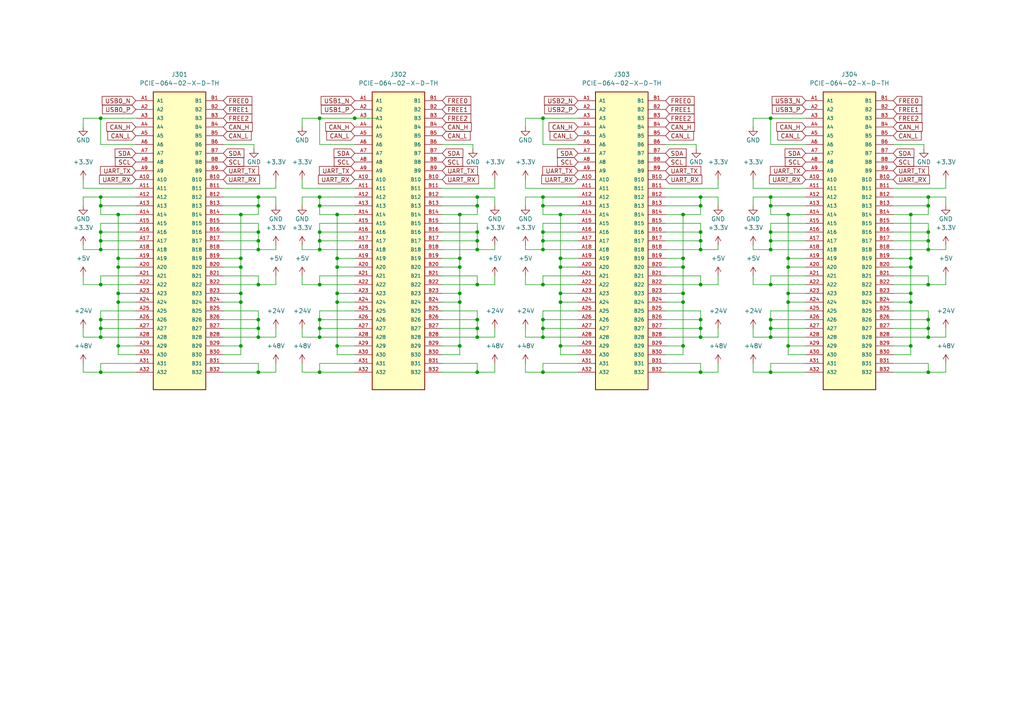
<source format=kicad_sch>
(kicad_sch (version 20211123) (generator eeschema)
  (paper "A4")
  (title_block (title "expansion slots") (date "2023-01-20") (rev "1.0") (company "matei repair lab"))
  (lib_symbols
    (symbol "pcie-064-02:PCIE-064-02-X-D-TH" (pin_names (offset 1.016))
      (property "Reference" "J" (at -7.62 43.942 0))
      (property "Value" "PCIE-064-02-X-D-TH" (at -7.62 -45.72 0))
      (symbol "PCIE-064-02-X-D-TH_0_0"
        (rectangle (start -7.62 -43.18) (end 7.62 43.18) (stroke (width 0.254)) (fill (type background)))
        (pin passive line (at -12.7 40.64 0) (length 5.08) (name "A1") (number "A1"))
        (pin passive line (at -12.7 17.78 0) (length 5.08) (name "A10") (number "A10"))
        (pin passive line (at -12.7 15.24 0) (length 5.08) (name "A11") (number "A11"))
        (pin passive line (at -12.7 12.7 0) (length 5.08) (name "A12") (number "A12"))
        (pin passive line (at -12.7 10.16 0) (length 5.08) (name "A13") (number "A13"))
        (pin passive line (at -12.7 7.62 0) (length 5.08) (name "A14") (number "A14"))
        (pin passive line (at -12.7 5.08 0) (length 5.08) (name "A15") (number "A15"))
        (pin passive line (at -12.7 2.54 0) (length 5.08) (name "A16") (number "A16"))
        (pin passive line (at -12.7 0 0) (length 5.08) (name "A17") (number "A17"))
        (pin passive line (at -12.7 -2.54 0) (length 5.08) (name "A18") (number "A18"))
        (pin passive line (at -12.7 -5.08 0) (length 5.08) (name "A19") (number "A19"))
        (pin passive line (at -12.7 38.1 0) (length 5.08) (name "A2") (number "A2"))
        (pin passive line (at -12.7 -7.62 0) (length 5.08) (name "A20") (number "A20"))
        (pin passive line (at -12.7 -10.16 0) (length 5.08) (name "A21") (number "A21"))
        (pin passive line (at -12.7 -12.7 0) (length 5.08) (name "A22") (number "A22"))
        (pin passive line (at -12.7 -15.24 0) (length 5.08) (name "A23") (number "A23"))
        (pin passive line (at -12.7 -17.78 0) (length 5.08) (name "A24") (number "A24"))
        (pin passive line (at -12.7 -20.32 0) (length 5.08) (name "A25") (number "A25"))
        (pin passive line (at -12.7 -22.86 0) (length 5.08) (name "A26") (number "A26"))
        (pin passive line (at -12.7 -25.4 0) (length 5.08) (name "A27") (number "A27"))
        (pin passive line (at -12.7 -27.94 0) (length 5.08) (name "A28") (number "A28"))
        (pin passive line (at -12.7 -30.48 0) (length 5.08) (name "A29") (number "A29"))
        (pin passive line (at -12.7 35.56 0) (length 5.08) (name "A3") (number "A3"))
        (pin passive line (at -12.7 -33.02 0) (length 5.08) (name "A30") (number "A30"))
        (pin passive line (at -12.7 -35.56 0) (length 5.08) (name "A31") (number "A31"))
        (pin passive line (at -12.7 -38.1 0) (length 5.08) (name "A32") (number "A32"))
        (pin passive line (at -12.7 33.02 0) (length 5.08) (name "A4") (number "A4"))
        (pin passive line (at -12.7 30.48 0) (length 5.08) (name "A5") (number "A5"))
        (pin passive line (at -12.7 27.94 0) (length 5.08) (name "A6") (number "A6"))
        (pin passive line (at -12.7 25.4 0) (length 5.08) (name "A7") (number "A7"))
        (pin passive line (at -12.7 22.86 0) (length 5.08) (name "A8") (number "A8"))
        (pin passive line (at -12.7 20.32 0) (length 5.08) (name "A9") (number "A9"))
        (pin passive line (at 12.7 40.64 180) (length 5.08) (name "B1") (number "B1"))
        (pin passive line (at 12.7 17.78 180) (length 5.08) (name "B10") (number "B10"))
        (pin passive line (at 12.7 15.24 180) (length 5.08) (name "B11") (number "B11"))
        (pin passive line (at 12.7 12.7 180) (length 5.08) (name "B12") (number "B12"))
        (pin passive line (at 12.7 10.16 180) (length 5.08) (name "B13") (number "B13"))
        (pin passive line (at 12.7 7.62 180) (length 5.08) (name "B14") (number "B14"))
        (pin passive line (at 12.7 5.08 180) (length 5.08) (name "B15") (number "B15"))
        (pin passive line (at 12.7 2.54 180) (length 5.08) (name "B16") (number "B16"))
        (pin passive line (at 12.7 0 180) (length 5.08) (name "B17") (number "B17"))
        (pin passive line (at 12.7 -2.54 180) (length 5.08) (name "B18") (number "B18"))
        (pin passive line (at 12.7 -5.08 180) (length 5.08) (name "B19") (number "B19"))
        (pin passive line (at 12.7 38.1 180) (length 5.08) (name "B2") (number "B2"))
        (pin passive line (at 12.7 -7.62 180) (length 5.08) (name "B20") (number "B20"))
        (pin passive line (at 12.7 -10.16 180) (length 5.08) (name "B21") (number "B21"))
        (pin passive line (at 12.7 -12.7 180) (length 5.08) (name "B22") (number "B22"))
        (pin passive line (at 12.7 -15.24 180) (length 5.08) (name "B23") (number "B23"))
        (pin passive line (at 12.7 -17.78 180) (length 5.08) (name "B24") (number "B24"))
        (pin passive line (at 12.7 -20.32 180) (length 5.08) (name "B25") (number "B25"))
        (pin passive line (at 12.7 -22.86 180) (length 5.08) (name "B26") (number "B26"))
        (pin passive line (at 12.7 -25.4 180) (length 5.08) (name "B27") (number "B27"))
        (pin passive line (at 12.7 -27.94 180) (length 5.08) (name "B28") (number "B28"))
        (pin passive line (at 12.7 -30.48 180) (length 5.08) (name "B29") (number "B29"))
        (pin passive line (at 12.7 35.56 180) (length 5.08) (name "B3") (number "B3"))
        (pin passive line (at 12.7 -33.02 180) (length 5.08) (name "B30") (number "B30"))
        (pin passive line (at 12.7 -35.56 180) (length 5.08) (name "B31") (number "B31"))
        (pin passive line (at 12.7 -38.1 180) (length 5.08) (name "B32") (number "B32"))
        (pin passive line (at 12.7 33.02 180) (length 5.08) (name "B4") (number "B4"))
        (pin passive line (at 12.7 30.48 180) (length 5.08) (name "B5") (number "B5"))
        (pin passive line (at 12.7 27.94 180) (length 5.08) (name "B6") (number "B6"))
        (pin passive line (at 12.7 25.4 180) (length 5.08) (name "B7") (number "B7"))
        (pin passive line (at 12.7 22.86 180) (length 5.08) (name "B8") (number "B8"))
        (pin passive line (at 12.7 20.32 180) (length 5.08) (name "B9") (number "B9"))
      )
    )
    (symbol "power:+24V" (power) (pin_names (offset 0))
      (property "Value" "+24V" (at 0 3.556 0))
      (symbol "+24V_0_1"
        (polyline (pts (xy -0.762 1.27) (xy 0 2.54)))
        (polyline (pts (xy 0 0) (xy 0 2.54)))
        (polyline (pts (xy 0 2.54) (xy 0.762 1.27)))
      )
      (symbol "+24V_1_1"
        (pin power_in line (at 0 0 90) (length 0) hide (name "+24V") (number "1"))
      )
    )
    (symbol "power:+3.3V" (power) (pin_names (offset 0))
      (property "Value" "+3.3V" (at 0 3.556 0))
      (symbol "+3.3V_0_1"
        (polyline (pts (xy -0.762 1.27) (xy 0 2.54)))
        (polyline (pts (xy 0 0) (xy 0 2.54)))
        (polyline (pts (xy 0 2.54) (xy 0.762 1.27)))
      )
      (symbol "+3.3V_1_1"
        (pin power_in line (at 0 0 90) (length 0) hide (name "+3.3V") (number "1"))
      )
    )
    (symbol "power:+48V" (power) (pin_names (offset 0))
      (property "Value" "+48V" (at 0 3.556 0))
      (symbol "+48V_0_1"
        (polyline (pts (xy -0.762 1.27) (xy 0 2.54)))
        (polyline (pts (xy 0 0) (xy 0 2.54)))
        (polyline (pts (xy 0 2.54) (xy 0.762 1.27)))
      )
      (symbol "+48V_1_1"
        (pin power_in line (at 0 0 90) (length 0) hide (name "+48V") (number "1"))
      )
    )
    (symbol "power:+5V" (power) (pin_names (offset 0))
      (property "Value" "+5V" (at 0 3.556 0))
      (symbol "+5V_0_1"
        (polyline (pts (xy -0.762 1.27) (xy 0 2.54)))
        (polyline (pts (xy 0 0) (xy 0 2.54)))
        (polyline (pts (xy 0 2.54) (xy 0.762 1.27)))
      )
      (symbol "+5V_1_1"
        (pin power_in line (at 0 0 90) (length 0) hide (name "+5V") (number "1"))
      )
    )
    (symbol "power:GND" (power) (pin_names (offset 0))
      (property "Value" "GND" (at 0 -3.81 0))
      (symbol "GND_0_1"
        (polyline (pts (xy 0 0) (xy 0 -1.27) (xy 1.27 -1.27) (xy 0 -2.54) (xy -1.27 -1.27) (xy 0 -1.27)))
      )
      (symbol "GND_1_1"
        (pin power_in line (at 0 0 270) (length 0) hide (name "GND") (number "1"))
      )
    )
  )
  (junction (at 69.85 77.47))
  (junction (at 29.21 59.69))
  (junction (at 34.29 85.09))
  (junction (at 74.93 97.79))
  (junction (at 198.12 87.63))
  (junction (at 203.2 72.39))
  (junction (at 198.12 100.33))
  (junction (at 157.48 59.69))
  (junction (at 97.79 74.93))
  (junction (at 138.43 69.85))
  (junction (at 228.6 87.63))
  (junction (at 223.52 67.31))
  (junction (at 34.29 87.63))
  (junction (at 92.71 57.15))
  (junction (at 157.48 95.25))
  (junction (at 97.79 85.09))
  (junction (at 162.56 77.47))
  (junction (at 138.43 92.71))
  (junction (at 92.71 107.95))
  (junction (at 34.29 74.93))
  (junction (at 74.93 57.15))
  (junction (at 92.71 59.69))
  (junction (at 97.79 62.23))
  (junction (at 269.24 82.55))
  (junction (at 92.71 97.79))
  (junction (at 157.48 69.85))
  (junction (at 29.21 34.29))
  (junction (at 69.85 85.09))
  (junction (at 74.93 67.31))
  (junction (at 29.21 97.79))
  (junction (at 92.71 92.71))
  (junction (at 223.52 107.95))
  (junction (at 269.24 57.15))
  (junction (at 69.85 74.93))
  (junction (at 228.6 74.93))
  (junction (at 157.48 107.95))
  (junction (at 223.52 95.25))
  (junction (at 74.93 107.95))
  (junction (at 157.48 57.15))
  (junction (at 203.2 67.31))
  (junction (at 228.6 77.47))
  (junction (at 74.93 72.39))
  (junction (at 133.35 87.63))
  (junction (at 269.24 107.95))
  (junction (at 264.16 74.93))
  (junction (at 223.52 34.29))
  (junction (at 69.85 100.33))
  (junction (at 29.21 95.25))
  (junction (at 74.93 95.25))
  (junction (at 162.56 85.09))
  (junction (at 157.48 34.29))
  (junction (at 228.6 100.33))
  (junction (at 269.24 92.71))
  (junction (at 264.16 100.33))
  (junction (at 92.71 67.31))
  (junction (at 74.93 69.85))
  (junction (at 92.71 72.39))
  (junction (at 162.56 87.63))
  (junction (at 269.24 95.25))
  (junction (at 133.35 85.09))
  (junction (at 29.21 82.55))
  (junction (at 133.35 100.33))
  (junction (at 97.79 87.63))
  (junction (at 69.85 62.23))
  (junction (at 269.24 72.39))
  (junction (at 69.85 87.63))
  (junction (at 29.21 107.95))
  (junction (at 138.43 107.95))
  (junction (at 74.93 59.69))
  (junction (at 162.56 74.93))
  (junction (at 157.48 82.55))
  (junction (at 29.21 69.85))
  (junction (at 97.79 77.47))
  (junction (at 157.48 92.71))
  (junction (at 203.2 69.85))
  (junction (at 133.35 74.93))
  (junction (at 157.48 67.31))
  (junction (at 29.21 67.31))
  (junction (at 29.21 92.71))
  (junction (at 162.56 62.23))
  (junction (at 157.48 97.79))
  (junction (at 264.16 85.09))
  (junction (at 203.2 82.55))
  (junction (at 34.29 100.33))
  (junction (at 203.2 107.95))
  (junction (at 133.35 62.23))
  (junction (at 138.43 59.69))
  (junction (at 264.16 87.63))
  (junction (at 269.24 69.85))
  (junction (at 203.2 59.69))
  (junction (at 223.52 57.15))
  (junction (at 223.52 72.39))
  (junction (at 138.43 97.79))
  (junction (at 203.2 92.71))
  (junction (at 138.43 82.55))
  (junction (at 269.24 97.79))
  (junction (at 223.52 59.69))
  (junction (at 92.71 82.55))
  (junction (at 264.16 77.47))
  (junction (at 228.6 62.23))
  (junction (at 264.16 62.23))
  (junction (at 34.29 77.47))
  (junction (at 92.71 34.29))
  (junction (at 223.52 92.71))
  (junction (at 198.12 77.47))
  (junction (at 92.71 95.25))
  (junction (at 138.43 67.31))
  (junction (at 34.29 62.23))
  (junction (at 269.24 67.31))
  (junction (at 203.2 95.25))
  (junction (at 269.24 59.69))
  (junction (at 74.93 82.55))
  (junction (at 29.21 57.15))
  (junction (at 223.52 97.79))
  (junction (at 198.12 85.09))
  (junction (at 157.48 72.39))
  (junction (at 138.43 57.15))
  (junction (at 223.52 69.85))
  (junction (at 223.52 82.55))
  (junction (at 162.56 100.33))
  (junction (at 228.6 85.09))
  (junction (at 74.93 92.71))
  (junction (at 29.21 72.39))
  (junction (at 97.79 100.33))
  (junction (at 102.87 34.29))
  (junction (at 203.2 57.15))
  (junction (at 92.71 69.85))
  (junction (at 133.35 77.47))
  (junction (at 198.12 62.23))
  (junction (at 203.2 97.79))
  (junction (at 198.12 74.93))
  (junction (at 138.43 95.25))
  (junction (at 138.43 72.39))
  (wire (pts (xy 223.52 97.79) (xy 233.68 97.79)))
  (wire (pts (xy 24.13 97.79) (xy 29.21 97.79)))
  (wire (pts (xy 157.48 67.31) (xy 157.48 69.85)))
  (wire (pts (xy 152.4 71.12) (xy 152.4 72.39)))
  (wire (pts (xy 102.87 85.09) (xy 97.79 85.09)))
  (wire (pts (xy 269.24 64.77) (xy 269.24 67.31)))
  (wire (pts (xy 102.87 102.87) (xy 97.79 102.87)))
  (wire (pts (xy 92.71 41.91) (xy 92.71 34.29)))
  (wire (pts (xy 137.16 41.91) (xy 137.16 43.18)))
  (wire (pts (xy 152.4 80.01) (xy 152.4 82.55)))
  (wire (pts (xy 203.2 105.41) (xy 203.2 107.95)))
  (wire (pts (xy 102.87 95.25) (xy 92.71 95.25)))
  (wire (pts (xy 87.63 97.79) (xy 92.71 97.79)))
  (wire (pts (xy 102.87 74.93) (xy 97.79 74.93)))
  (wire (pts (xy 39.37 34.29) (xy 29.21 34.29)))
  (wire (pts (xy 39.37 57.15) (xy 29.21 57.15)))
  (wire (pts (xy 128.27 100.33) (xy 133.35 100.33)))
  (wire (pts (xy 138.43 97.79) (xy 128.27 97.79)))
  (wire (pts (xy 208.28 57.15) (xy 208.28 59.69)))
  (wire (pts (xy 80.01 80.01) (xy 80.01 82.55)))
  (wire (pts (xy 39.37 41.91) (xy 29.21 41.91)))
  (wire (pts (xy 203.2 95.25) (xy 203.2 97.79)))
  (wire (pts (xy 223.52 72.39) (xy 233.68 72.39)))
  (wire (pts (xy 102.87 100.33) (xy 97.79 100.33)))
  (wire (pts (xy 152.4 34.29) (xy 152.4 36.83)))
  (wire (pts (xy 228.6 62.23) (xy 228.6 74.93)))
  (wire (pts (xy 264.16 62.23) (xy 264.16 74.93)))
  (wire (pts (xy 128.27 67.31) (xy 138.43 67.31)))
  (wire (pts (xy 223.52 64.77) (xy 223.52 67.31)))
  (wire (pts (xy 64.77 87.63) (xy 69.85 87.63)))
  (wire (pts (xy 29.21 72.39) (xy 39.37 72.39)))
  (wire (pts (xy 223.52 90.17) (xy 223.52 92.71)))
  (wire (pts (xy 198.12 62.23) (xy 198.12 74.93)))
  (wire (pts (xy 157.48 41.91) (xy 157.48 34.29)))
  (wire (pts (xy 64.77 59.69) (xy 74.93 59.69)))
  (wire (pts (xy 269.24 57.15) (xy 274.32 57.15)))
  (wire (pts (xy 269.24 105.41) (xy 269.24 107.95)))
  (wire (pts (xy 80.01 72.39) (xy 74.93 72.39)))
  (wire (pts (xy 223.52 57.15) (xy 218.44 57.15)))
  (wire (pts (xy 29.21 64.77) (xy 29.21 67.31)))
  (wire (pts (xy 29.21 97.79) (xy 39.37 97.79)))
  (wire (pts (xy 74.93 59.69) (xy 74.93 57.15)))
  (wire (pts (xy 162.56 77.47) (xy 162.56 74.93)))
  (wire (pts (xy 102.87 41.91) (xy 92.71 41.91)))
  (wire (pts (xy 143.51 57.15) (xy 143.51 59.69)))
  (wire (pts (xy 24.13 80.01) (xy 24.13 82.55)))
  (wire (pts (xy 87.63 52.07) (xy 87.63 54.61)))
  (wire (pts (xy 92.71 34.29) (xy 87.63 34.29)))
  (wire (pts (xy 39.37 92.71) (xy 29.21 92.71)))
  (wire (pts (xy 128.27 105.41) (xy 138.43 105.41)))
  (wire (pts (xy 264.16 62.23) (xy 269.24 62.23)))
  (wire (pts (xy 193.04 57.15) (xy 203.2 57.15)))
  (wire (pts (xy 29.21 62.23) (xy 29.21 59.69)))
  (wire (pts (xy 218.44 95.25) (xy 218.44 97.79)))
  (wire (pts (xy 274.32 82.55) (xy 269.24 82.55)))
  (wire (pts (xy 64.77 100.33) (xy 69.85 100.33)))
  (wire (pts (xy 167.64 59.69) (xy 157.48 59.69)))
  (wire (pts (xy 138.43 95.25) (xy 138.43 97.79)))
  (wire (pts (xy 97.79 62.23) (xy 97.79 74.93)))
  (wire (pts (xy 69.85 77.47) (xy 69.85 74.93)))
  (wire (pts (xy 34.29 62.23) (xy 34.29 74.93)))
  (wire (pts (xy 92.71 90.17) (xy 92.71 92.71)))
  (wire (pts (xy 274.32 57.15) (xy 274.32 59.69)))
  (wire (pts (xy 274.32 95.25) (xy 274.32 97.79)))
  (wire (pts (xy 133.35 102.87) (xy 133.35 100.33)))
  (wire (pts (xy 259.08 62.23) (xy 264.16 62.23)))
  (wire (pts (xy 92.71 97.79) (xy 102.87 97.79)))
  (wire (pts (xy 167.64 102.87) (xy 162.56 102.87)))
  (wire (pts (xy 208.28 107.95) (xy 203.2 107.95)))
  (wire (pts (xy 157.48 90.17) (xy 157.48 92.71)))
  (wire (pts (xy 133.35 62.23) (xy 133.35 74.93)))
  (wire (pts (xy 162.56 87.63) (xy 162.56 85.09)))
  (wire (pts (xy 128.27 80.01) (xy 138.43 80.01)))
  (wire (pts (xy 102.87 69.85) (xy 92.71 69.85)))
  (wire (pts (xy 193.04 87.63) (xy 198.12 87.63)))
  (wire (pts (xy 24.13 57.15) (xy 24.13 59.69)))
  (wire (pts (xy 74.93 97.79) (xy 64.77 97.79)))
  (wire (pts (xy 87.63 107.95) (xy 92.71 107.95)))
  (wire (pts (xy 218.44 57.15) (xy 218.44 59.69)))
  (wire (pts (xy 69.85 102.87) (xy 69.85 100.33)))
  (wire (pts (xy 24.13 71.12) (xy 24.13 72.39)))
  (wire (pts (xy 193.04 85.09) (xy 198.12 85.09)))
  (wire (pts (xy 269.24 72.39) (xy 259.08 72.39)))
  (wire (pts (xy 29.21 92.71) (xy 29.21 95.25)))
  (wire (pts (xy 203.2 69.85) (xy 203.2 72.39)))
  (wire (pts (xy 218.44 71.12) (xy 218.44 72.39)))
  (wire (pts (xy 223.52 107.95) (xy 233.68 107.95)))
  (wire (pts (xy 138.43 105.41) (xy 138.43 107.95)))
  (wire (pts (xy 128.27 64.77) (xy 138.43 64.77)))
  (wire (pts (xy 167.64 64.77) (xy 157.48 64.77)))
  (wire (pts (xy 218.44 34.29) (xy 218.44 36.83)))
  (wire (pts (xy 64.77 64.77) (xy 74.93 64.77)))
  (wire (pts (xy 143.51 72.39) (xy 138.43 72.39)))
  (wire (pts (xy 64.77 69.85) (xy 74.93 69.85)))
  (wire (pts (xy 29.21 69.85) (xy 29.21 72.39)))
  (wire (pts (xy 223.52 41.91) (xy 223.52 34.29)))
  (wire (pts (xy 138.43 59.69) (xy 138.43 57.15)))
  (wire (pts (xy 233.68 80.01) (xy 223.52 80.01)))
  (wire (pts (xy 64.77 57.15) (xy 74.93 57.15)))
  (wire (pts (xy 29.21 80.01) (xy 29.21 82.55)))
  (wire (pts (xy 228.6 102.87) (xy 228.6 100.33)))
  (wire (pts (xy 143.51 105.41) (xy 143.51 107.95)))
  (wire (pts (xy 157.48 72.39) (xy 167.64 72.39)))
  (wire (pts (xy 264.16 87.63) (xy 264.16 100.33)))
  (wire (pts (xy 274.32 71.12) (xy 274.32 72.39)))
  (wire (pts (xy 24.13 72.39) (xy 29.21 72.39)))
  (wire (pts (xy 80.01 105.41) (xy 80.01 107.95)))
  (wire (pts (xy 233.68 87.63) (xy 228.6 87.63)))
  (wire (pts (xy 269.24 59.69) (xy 269.24 57.15)))
  (wire (pts (xy 233.68 62.23) (xy 228.6 62.23)))
  (wire (pts (xy 218.44 72.39) (xy 223.52 72.39)))
  (wire (pts (xy 102.87 34.29) (xy 109.22 34.29)))
  (wire (pts (xy 39.37 102.87) (xy 34.29 102.87)))
  (wire (pts (xy 102.87 90.17) (xy 92.71 90.17)))
  (wire (pts (xy 157.48 34.29) (xy 152.4 34.29)))
  (wire (pts (xy 162.56 102.87) (xy 162.56 100.33)))
  (wire (pts (xy 128.27 102.87) (xy 133.35 102.87)))
  (wire (pts (xy 64.77 77.47) (xy 69.85 77.47)))
  (wire (pts (xy 34.29 87.63) (xy 34.29 85.09)))
  (wire (pts (xy 228.6 87.63) (xy 228.6 85.09)))
  (wire (pts (xy 39.37 77.47) (xy 34.29 77.47)))
  (wire (pts (xy 167.64 80.01) (xy 157.48 80.01)))
  (wire (pts (xy 223.52 82.55) (xy 233.68 82.55)))
  (wire (pts (xy 138.43 64.77) (xy 138.43 67.31)))
  (wire (pts (xy 128.27 90.17) (xy 138.43 90.17)))
  (wire (pts (xy 269.24 107.95) (xy 259.08 107.95)))
  (wire (pts (xy 218.44 54.61) (xy 233.68 54.61)))
  (wire (pts (xy 92.71 69.85) (xy 92.71 72.39)))
  (wire (pts (xy 92.71 95.25) (xy 92.71 97.79)))
  (wire (pts (xy 39.37 64.77) (xy 29.21 64.77)))
  (wire (pts (xy 167.64 87.63) (xy 162.56 87.63)))
  (wire (pts (xy 102.87 87.63) (xy 97.79 87.63)))
  (wire (pts (xy 269.24 92.71) (xy 269.24 95.25)))
  (wire (pts (xy 162.56 85.09) (xy 162.56 77.47)))
  (wire (pts (xy 80.01 97.79) (xy 74.93 97.79)))
  (wire (pts (xy 259.08 74.93) (xy 264.16 74.93)))
  (wire (pts (xy 233.68 69.85) (xy 223.52 69.85)))
  (wire (pts (xy 218.44 82.55) (xy 223.52 82.55)))
  (wire (pts (xy 259.08 57.15) (xy 269.24 57.15)))
  (wire (pts (xy 39.37 80.01) (xy 29.21 80.01)))
  (wire (pts (xy 92.71 107.95) (xy 102.87 107.95)))
  (wire (pts (xy 152.4 72.39) (xy 157.48 72.39)))
  (wire (pts (xy 128.27 59.69) (xy 138.43 59.69)))
  (wire (pts (xy 157.48 82.55) (xy 167.64 82.55)))
  (wire (pts (xy 34.29 87.63) (xy 34.29 100.33)))
  (wire (pts (xy 274.32 80.01) (xy 274.32 82.55)))
  (wire (pts (xy 133.35 77.47) (xy 133.35 74.93)))
  (wire (pts (xy 193.04 100.33) (xy 198.12 100.33)))
  (wire (pts (xy 259.08 87.63) (xy 264.16 87.63)))
  (wire (pts (xy 80.01 82.55) (xy 74.93 82.55)))
  (wire (pts (xy 39.37 85.09) (xy 34.29 85.09)))
  (wire (pts (xy 138.43 62.23) (xy 138.43 59.69)))
  (wire (pts (xy 34.29 62.23) (xy 29.21 62.23)))
  (wire (pts (xy 143.51 54.61) (xy 128.27 54.61)))
  (wire (pts (xy 69.85 85.09) (xy 69.85 77.47)))
  (wire (pts (xy 80.01 95.25) (xy 80.01 97.79)))
  (wire (pts (xy 102.87 77.47) (xy 97.79 77.47)))
  (wire (pts (xy 29.21 82.55) (xy 39.37 82.55)))
  (wire (pts (xy 152.4 52.07) (xy 152.4 54.61)))
  (wire (pts (xy 167.64 105.41) (xy 157.48 105.41)))
  (wire (pts (xy 157.48 92.71) (xy 157.48 95.25)))
  (wire (pts (xy 143.51 80.01) (xy 143.51 82.55)))
  (wire (pts (xy 64.77 95.25) (xy 74.93 95.25)))
  (wire (pts (xy 97.79 85.09) (xy 97.79 77.47)))
  (wire (pts (xy 92.71 67.31) (xy 92.71 69.85)))
  (wire (pts (xy 193.04 92.71) (xy 203.2 92.71)))
  (wire (pts (xy 29.21 41.91) (xy 29.21 34.29)))
  (wire (pts (xy 193.04 64.77) (xy 203.2 64.77)))
  (wire (pts (xy 208.28 72.39) (xy 203.2 72.39)))
  (wire (pts (xy 97.79 102.87) (xy 97.79 100.33)))
  (wire (pts (xy 133.35 85.09) (xy 133.35 77.47)))
  (wire (pts (xy 69.85 62.23) (xy 74.93 62.23)))
  (wire (pts (xy 39.37 105.41) (xy 29.21 105.41)))
  (wire (pts (xy 138.43 72.39) (xy 128.27 72.39)))
  (wire (pts (xy 193.04 74.93) (xy 198.12 74.93)))
  (wire (pts (xy 259.08 69.85) (xy 269.24 69.85)))
  (wire (pts (xy 29.21 57.15) (xy 24.13 57.15)))
  (wire (pts (xy 157.48 59.69) (xy 157.48 57.15)))
  (wire (pts (xy 228.6 85.09) (xy 228.6 77.47)))
  (wire (pts (xy 24.13 52.07) (xy 24.13 54.61)))
  (wire (pts (xy 259.08 92.71) (xy 269.24 92.71)))
  (wire (pts (xy 143.51 95.25) (xy 143.51 97.79)))
  (wire (pts (xy 233.68 74.93) (xy 228.6 74.93)))
  (wire (pts (xy 208.28 97.79) (xy 203.2 97.79)))
  (wire (pts (xy 87.63 95.25) (xy 87.63 97.79)))
  (wire (pts (xy 228.6 77.47) (xy 228.6 74.93)))
  (wire (pts (xy 87.63 82.55) (xy 92.71 82.55)))
  (wire (pts (xy 223.52 69.85) (xy 223.52 72.39)))
  (wire (pts (xy 223.52 105.41) (xy 223.52 107.95)))
  (wire (pts (xy 74.93 92.71) (xy 74.93 95.25)))
  (wire (pts (xy 167.64 69.85) (xy 157.48 69.85)))
  (wire (pts (xy 128.27 87.63) (xy 133.35 87.63)))
  (wire (pts (xy 167.64 85.09) (xy 162.56 85.09)))
  (wire (pts (xy 128.27 77.47) (xy 133.35 77.47)))
  (wire (pts (xy 167.64 74.93) (xy 162.56 74.93)))
  (wire (pts (xy 208.28 71.12) (xy 208.28 72.39)))
  (wire (pts (xy 64.77 105.41) (xy 74.93 105.41)))
  (wire (pts (xy 74.93 105.41) (xy 74.93 107.95)))
  (wire (pts (xy 208.28 105.41) (xy 208.28 107.95)))
  (wire (pts (xy 203.2 92.71) (xy 203.2 95.25)))
  (wire (pts (xy 24.13 105.41) (xy 24.13 107.95)))
  (wire (pts (xy 102.87 105.41) (xy 92.71 105.41)))
  (wire (pts (xy 162.56 87.63) (xy 162.56 100.33)))
  (wire (pts (xy 228.6 62.23) (xy 223.52 62.23)))
  (wire (pts (xy 97.79 87.63) (xy 97.79 85.09)))
  (wire (pts (xy 269.24 82.55) (xy 259.08 82.55)))
  (wire (pts (xy 218.44 107.95) (xy 223.52 107.95)))
  (wire (pts (xy 133.35 87.63) (xy 133.35 100.33)))
  (wire (pts (xy 102.87 34.29) (xy 92.71 34.29)))
  (wire (pts (xy 152.4 54.61) (xy 167.64 54.61)))
  (wire (pts (xy 233.68 92.71) (xy 223.52 92.71)))
  (wire (pts (xy 74.93 107.95) (xy 64.77 107.95)))
  (wire (pts (xy 193.04 67.31) (xy 203.2 67.31)))
  (wire (pts (xy 152.4 107.95) (xy 157.48 107.95)))
  (wire (pts (xy 269.24 62.23) (xy 269.24 59.69)))
  (wire (pts (xy 138.43 57.15) (xy 143.51 57.15)))
  (wire (pts (xy 223.52 95.25) (xy 223.52 97.79)))
  (wire (pts (xy 24.13 34.29) (xy 24.13 36.83)))
  (wire (pts (xy 39.37 74.93) (xy 34.29 74.93)))
  (wire (pts (xy 64.77 67.31) (xy 74.93 67.31)))
  (wire (pts (xy 87.63 105.41) (xy 87.63 107.95)))
  (wire (pts (xy 193.04 102.87) (xy 198.12 102.87)))
  (wire (pts (xy 143.51 71.12) (xy 143.51 72.39)))
  (wire (pts (xy 264.16 87.63) (xy 264.16 85.09)))
  (wire (pts (xy 102.87 92.71) (xy 92.71 92.71)))
  (wire (pts (xy 152.4 82.55) (xy 157.48 82.55)))
  (wire (pts (xy 203.2 57.15) (xy 208.28 57.15)))
  (wire (pts (xy 167.64 62.23) (xy 162.56 62.23)))
  (wire (pts (xy 218.44 52.07) (xy 218.44 54.61)))
  (wire (pts (xy 102.87 67.31) (xy 92.71 67.31)))
  (wire (pts (xy 92.71 59.69) (xy 92.71 57.15)))
  (wire (pts (xy 80.01 71.12) (xy 80.01 72.39)))
  (wire (pts (xy 198.12 87.63) (xy 198.12 85.09)))
  (wire (pts (xy 274.32 107.95) (xy 269.24 107.95)))
  (wire (pts (xy 24.13 107.95) (xy 29.21 107.95)))
  (wire (pts (xy 167.64 90.17) (xy 157.48 90.17)))
  (wire (pts (xy 128.27 57.15) (xy 138.43 57.15)))
  (wire (pts (xy 167.64 57.15) (xy 157.48 57.15)))
  (wire (pts (xy 87.63 54.61) (xy 102.87 54.61)))
  (wire (pts (xy 157.48 64.77) (xy 157.48 67.31)))
  (wire (pts (xy 74.93 90.17) (xy 74.93 92.71)))
  (wire (pts (xy 157.48 95.25) (xy 157.48 97.79)))
  (wire (pts (xy 269.24 95.25) (xy 269.24 97.79)))
  (wire (pts (xy 97.79 62.23) (xy 92.71 62.23)))
  (wire (pts (xy 264.16 85.09) (xy 264.16 77.47)))
  (wire (pts (xy 223.52 80.01) (xy 223.52 82.55)))
  (wire (pts (xy 203.2 67.31) (xy 203.2 69.85)))
  (wire (pts (xy 152.4 57.15) (xy 152.4 59.69)))
  (wire (pts (xy 64.77 74.93) (xy 69.85 74.93)))
  (wire (pts (xy 198.12 77.47) (xy 198.12 74.93)))
  (wire (pts (xy 92.71 62.23) (xy 92.71 59.69)))
  (wire (pts (xy 203.2 62.23) (xy 203.2 59.69)))
  (wire (pts (xy 87.63 34.29) (xy 87.63 36.83)))
  (wire (pts (xy 87.63 57.15) (xy 87.63 59.69)))
  (wire (pts (xy 269.24 97.79) (xy 259.08 97.79)))
  (wire (pts (xy 74.93 62.23) (xy 74.93 59.69)))
  (wire (pts (xy 152.4 105.41) (xy 152.4 107.95)))
  (wire (pts (xy 193.04 105.41) (xy 203.2 105.41)))
  (wire (pts (xy 198.12 102.87) (xy 198.12 100.33)))
  (wire (pts (xy 259.08 100.33) (xy 264.16 100.33)))
  (wire (pts (xy 24.13 82.55) (xy 29.21 82.55)))
  (wire (pts (xy 233.68 41.91) (xy 223.52 41.91)))
  (wire (pts (xy 128.27 92.71) (xy 138.43 92.71)))
  (wire (pts (xy 87.63 71.12) (xy 87.63 72.39)))
  (wire (pts (xy 157.48 62.23) (xy 157.48 59.69)))
  (wire (pts (xy 157.48 69.85) (xy 157.48 72.39)))
  (wire (pts (xy 223.52 92.71) (xy 223.52 95.25)))
  (wire (pts (xy 274.32 54.61) (xy 259.08 54.61)))
  (wire (pts (xy 152.4 97.79) (xy 157.48 97.79)))
  (wire (pts (xy 208.28 82.55) (xy 203.2 82.55)))
  (wire (pts (xy 269.24 80.01) (xy 269.24 82.55)))
  (wire (pts (xy 193.04 41.91) (xy 201.93 41.91)))
  (wire (pts (xy 29.21 34.29) (xy 24.13 34.29)))
  (wire (pts (xy 102.87 57.15) (xy 92.71 57.15)))
  (wire (pts (xy 274.32 105.41) (xy 274.32 107.95)))
  (wire (pts (xy 64.77 92.71) (xy 74.93 92.71)))
  (wire (pts (xy 259.08 59.69) (xy 269.24 59.69)))
  (wire (pts (xy 138.43 69.85) (xy 138.43 72.39)))
  (wire (pts (xy 157.48 80.01) (xy 157.48 82.55)))
  (wire (pts (xy 34.29 85.09) (xy 34.29 77.47)))
  (wire (pts (xy 143.51 107.95) (xy 138.43 107.95)))
  (wire (pts (xy 208.28 54.61) (xy 193.04 54.61)))
  (wire (pts (xy 128.27 95.25) (xy 138.43 95.25)))
  (wire (pts (xy 64.77 41.91) (xy 73.66 41.91)))
  (wire (pts (xy 233.68 102.87) (xy 228.6 102.87)))
  (wire (pts (xy 259.08 102.87) (xy 264.16 102.87)))
  (wire (pts (xy 74.93 82.55) (xy 64.77 82.55)))
  (wire (pts (xy 39.37 90.17) (xy 29.21 90.17)))
  (wire (pts (xy 29.21 90.17) (xy 29.21 92.71)))
  (wire (pts (xy 259.08 77.47) (xy 264.16 77.47)))
  (wire (pts (xy 193.04 90.17) (xy 203.2 90.17)))
  (wire (pts (xy 24.13 54.61) (xy 39.37 54.61)))
  (wire (pts (xy 128.27 62.23) (xy 133.35 62.23)))
  (wire (pts (xy 218.44 80.01) (xy 218.44 82.55)))
  (wire (pts (xy 228.6 87.63) (xy 228.6 100.33)))
  (wire (pts (xy 259.08 85.09) (xy 264.16 85.09)))
  (wire (pts (xy 74.93 64.77) (xy 74.93 67.31)))
  (wire (pts (xy 69.85 87.63) (xy 69.85 100.33)))
  (wire (pts (xy 233.68 85.09) (xy 228.6 85.09)))
  (wire (pts (xy 69.85 87.63) (xy 69.85 85.09)))
  (wire (pts (xy 208.28 95.25) (xy 208.28 97.79)))
  (wire (pts (xy 34.29 102.87) (xy 34.29 100.33)))
  (wire (pts (xy 162.56 62.23) (xy 162.56 74.93)))
  (wire (pts (xy 39.37 87.63) (xy 34.29 87.63)))
  (wire (pts (xy 39.37 59.69) (xy 29.21 59.69)))
  (wire (pts (xy 80.01 52.07) (xy 80.01 54.61)))
  (wire (pts (xy 162.56 62.23) (xy 157.48 62.23)))
  (wire (pts (xy 128.27 74.93) (xy 133.35 74.93)))
  (wire (pts (xy 92.71 80.01) (xy 92.71 82.55)))
  (wire (pts (xy 259.08 90.17) (xy 269.24 90.17)))
  (wire (pts (xy 39.37 100.33) (xy 34.29 100.33)))
  (wire (pts (xy 87.63 72.39) (xy 92.71 72.39)))
  (wire (pts (xy 138.43 82.55) (xy 128.27 82.55)))
  (wire (pts (xy 74.93 72.39) (xy 64.77 72.39)))
  (wire (pts (xy 29.21 95.25) (xy 29.21 97.79)))
  (wire (pts (xy 73.66 41.91) (xy 73.66 43.18)))
  (wire (pts (xy 167.64 100.33) (xy 162.56 100.33)))
  (wire (pts (xy 274.32 52.07) (xy 274.32 54.61)))
  (wire (pts (xy 233.68 64.77) (xy 223.52 64.77)))
  (wire (pts (xy 218.44 105.41) (xy 218.44 107.95)))
  (wire (pts (xy 203.2 97.79) (xy 193.04 97.79)))
  (wire (pts (xy 267.97 41.91) (xy 267.97 43.18)))
  (wire (pts (xy 167.64 77.47) (xy 162.56 77.47)))
  (wire (pts (xy 29.21 105.41) (xy 29.21 107.95)))
  (wire (pts (xy 233.68 95.25) (xy 223.52 95.25)))
  (wire (pts (xy 39.37 95.25) (xy 29.21 95.25)))
  (wire (pts (xy 218.44 97.79) (xy 223.52 97.79)))
  (wire (pts (xy 102.87 80.01) (xy 92.71 80.01)))
  (wire (pts (xy 64.77 62.23) (xy 69.85 62.23)))
  (wire (pts (xy 34.29 77.47) (xy 34.29 74.93)))
  (wire (pts (xy 92.71 82.55) (xy 102.87 82.55)))
  (wire (pts (xy 198.12 87.63) (xy 198.12 100.33)))
  (wire (pts (xy 203.2 64.77) (xy 203.2 67.31)))
  (wire (pts (xy 233.68 34.29) (xy 223.52 34.29)))
  (wire (pts (xy 269.24 67.31) (xy 269.24 69.85)))
  (wire (pts (xy 128.27 41.91) (xy 137.16 41.91)))
  (wire (pts (xy 74.93 57.15) (xy 80.01 57.15)))
  (wire (pts (xy 133.35 87.63) (xy 133.35 85.09)))
  (wire (pts (xy 259.08 80.01) (xy 269.24 80.01)))
  (wire (pts (xy 223.52 34.29) (xy 218.44 34.29)))
  (wire (pts (xy 223.52 67.31) (xy 223.52 69.85)))
  (wire (pts (xy 138.43 92.71) (xy 138.43 95.25)))
  (wire (pts (xy 143.51 82.55) (xy 138.43 82.55)))
  (wire (pts (xy 97.79 87.63) (xy 97.79 100.33)))
  (wire (pts (xy 203.2 72.39) (xy 193.04 72.39)))
  (wire (pts (xy 274.32 97.79) (xy 269.24 97.79)))
  (wire (pts (xy 64.77 90.17) (xy 74.93 90.17)))
  (wire (pts (xy 138.43 67.31) (xy 138.43 69.85)))
  (wire (pts (xy 64.77 85.09) (xy 69.85 85.09)))
  (wire (pts (xy 269.24 90.17) (xy 269.24 92.71)))
  (wire (pts (xy 74.93 95.25) (xy 74.93 97.79)))
  (wire (pts (xy 274.32 72.39) (xy 269.24 72.39)))
  (wire (pts (xy 208.28 80.01) (xy 208.28 82.55)))
  (wire (pts (xy 92.71 105.41) (xy 92.71 107.95)))
  (wire (pts (xy 87.63 80.01) (xy 87.63 82.55)))
  (wire (pts (xy 102.87 62.23) (xy 97.79 62.23)))
  (wire (pts (xy 74.93 67.31) (xy 74.93 69.85)))
  (wire (pts (xy 259.08 64.77) (xy 269.24 64.77)))
  (wire (pts (xy 92.71 64.77) (xy 92.71 67.31)))
  (wire (pts (xy 143.51 52.07) (xy 143.51 54.61)))
  (wire (pts (xy 64.77 102.87) (xy 69.85 102.87)))
  (wire (pts (xy 80.01 54.61) (xy 64.77 54.61)))
  (wire (pts (xy 259.08 95.25) (xy 269.24 95.25)))
  (wire (pts (xy 24.13 95.25) (xy 24.13 97.79)))
  (wire (pts (xy 92.71 72.39) (xy 102.87 72.39)))
  (wire (pts (xy 259.08 67.31) (xy 269.24 67.31)))
  (wire (pts (xy 223.52 62.23) (xy 223.52 59.69)))
  (wire (pts (xy 29.21 107.95) (xy 39.37 107.95)))
  (wire (pts (xy 138.43 90.17) (xy 138.43 92.71)))
  (wire (pts (xy 29.21 67.31) (xy 29.21 69.85)))
  (wire (pts (xy 259.08 105.41) (xy 269.24 105.41)))
  (wire (pts (xy 193.04 80.01) (xy 203.2 80.01)))
  (wire (pts (xy 29.21 59.69) (xy 29.21 57.15)))
  (wire (pts (xy 233.68 57.15) (xy 223.52 57.15)))
  (wire (pts (xy 64.77 80.01) (xy 74.93 80.01)))
  (wire (pts (xy 203.2 90.17) (xy 203.2 92.71)))
  (wire (pts (xy 264.16 77.47) (xy 264.16 74.93)))
  (wire (pts (xy 233.68 105.41) (xy 223.52 105.41)))
  (wire (pts (xy 167.64 67.31) (xy 157.48 67.31)))
  (wire (pts (xy 102.87 64.77) (xy 92.71 64.77)))
  (wire (pts (xy 203.2 80.01) (xy 203.2 82.55)))
  (wire (pts (xy 69.85 62.23) (xy 69.85 74.93)))
  (wire (pts (xy 208.28 52.07) (xy 208.28 54.61)))
  (wire (pts (xy 157.48 107.95) (xy 167.64 107.95)))
  (wire (pts (xy 269.24 69.85) (xy 269.24 72.39)))
  (wire (pts (xy 193.04 95.25) (xy 203.2 95.25)))
  (wire (pts (xy 233.68 67.31) (xy 223.52 67.31)))
  (wire (pts (xy 233.68 77.47) (xy 228.6 77.47)))
  (wire (pts (xy 39.37 69.85) (xy 29.21 69.85)))
  (wire (pts (xy 198.12 85.09) (xy 198.12 77.47)))
  (wire (pts (xy 193.04 59.69) (xy 203.2 59.69)))
  (wire (pts (xy 133.35 62.23) (xy 138.43 62.23)))
  (wire (pts (xy 203.2 107.95) (xy 193.04 107.95)))
  (wire (pts (xy 39.37 62.23) (xy 34.29 62.23)))
  (wire (pts (xy 193.04 77.47) (xy 198.12 77.47)))
  (wire (pts (xy 74.93 69.85) (xy 74.93 72.39)))
  (wire (pts (xy 233.68 100.33) (xy 228.6 100.33)))
  (wire (pts (xy 233.68 59.69) (xy 223.52 59.69)))
  (wire (pts (xy 157.48 97.79) (xy 167.64 97.79)))
  (wire (pts (xy 157.48 57.15) (xy 152.4 57.15)))
  (wire (pts (xy 167.64 95.25) (xy 157.48 95.25)))
  (wire (pts (xy 74.93 80.01) (xy 74.93 82.55)))
  (wire (pts (xy 203.2 59.69) (xy 203.2 57.15)))
  (wire (pts (xy 143.51 97.79) (xy 138.43 97.79)))
  (wire (pts (xy 92.71 92.71) (xy 92.71 95.25)))
  (wire (pts (xy 152.4 95.25) (xy 152.4 97.79)))
  (wire (pts (xy 157.48 105.41) (xy 157.48 107.95)))
  (wire (pts (xy 193.04 69.85) (xy 203.2 69.85)))
  (wire (pts (xy 223.52 59.69) (xy 223.52 57.15)))
  (wire (pts (xy 138.43 107.95) (xy 128.27 107.95)))
  (wire (pts (xy 97.79 77.47) (xy 97.79 74.93)))
  (wire (pts (xy 264.16 102.87) (xy 264.16 100.33)))
  (wire (pts (xy 128.27 69.85) (xy 138.43 69.85)))
  (wire (pts (xy 233.68 90.17) (xy 223.52 90.17)))
  (wire (pts (xy 102.87 59.69) (xy 92.71 59.69)))
  (wire (pts (xy 92.71 57.15) (xy 87.63 57.15)))
  (wire (pts (xy 198.12 62.23) (xy 203.2 62.23)))
  (wire (pts (xy 193.04 62.23) (xy 198.12 62.23)))
  (wire (pts (xy 80.01 107.95) (xy 74.93 107.95)))
  (wire (pts (xy 80.01 57.15) (xy 80.01 59.69)))
  (wire (pts (xy 167.64 34.29) (xy 157.48 34.29)))
  (wire (pts (xy 39.37 67.31) (xy 29.21 67.31)))
  (wire (pts (xy 167.64 41.91) (xy 157.48 41.91)))
  (wire (pts (xy 259.08 41.91) (xy 267.97 41.91)))
  (wire (pts (xy 203.2 82.55) (xy 193.04 82.55)))
  (wire (pts (xy 201.93 41.91) (xy 201.93 43.18)))
  (wire (pts (xy 128.27 85.09) (xy 133.35 85.09)))
  (wire (pts (xy 167.64 92.71) (xy 157.48 92.71)))
  (wire (pts (xy 138.43 80.01) (xy 138.43 82.55)))
  (global_label "CAN_H" (shape input) (at 233.68 36.83 180) (property "Intersheet References" "${INTERSHEET_REFS}" (effects hide)))
  (global_label "SCL" (shape input) (at 39.37 46.99 180) (property "Intersheet References" "${INTERSHEET_REFS}" (effects hide)))
  (global_label "USB2_N" (shape input) (at 167.64 29.21 180) (property "Intersheet References" "${INTERSHEET_REFS}" (effects hide)))
  (global_label "UART_RX" (shape input) (at 102.87 52.07 180) (property "Intersheet References" "${INTERSHEET_REFS}" (effects hide)))
  (global_label "CAN_L" (shape input) (at 64.77 39.37 0) (property "Intersheet References" "${INTERSHEET_REFS}" (effects hide)))
  (global_label "CAN_L" (shape input) (at 259.08 39.37 0) (property "Intersheet References" "${INTERSHEET_REFS}" (effects hide)))
  (global_label "CAN_L" (shape input) (at 39.37 39.37 180) (property "Intersheet References" "${INTERSHEET_REFS}" (effects hide)))
  (global_label "USB0_N" (shape input) (at 39.37 29.21 180) (property "Intersheet References" "${INTERSHEET_REFS}" (effects hide)))
  (global_label "UART_TX" (shape input) (at 128.27 49.53 0) (property "Intersheet References" "${INTERSHEET_REFS}" (effects hide)))
  (global_label "UART_RX" (shape input) (at 233.68 52.07 180) (property "Intersheet References" "${INTERSHEET_REFS}" (effects hide)))
  (global_label "CAN_H" (shape input) (at 167.64 36.83 180) (property "Intersheet References" "${INTERSHEET_REFS}" (effects hide)))
  (global_label "SDA" (shape input) (at 64.77 44.45 0) (property "Intersheet References" "${INTERSHEET_REFS}" (effects hide)))
  (global_label "CAN_H" (shape input) (at 128.27 36.83 0) (property "Intersheet References" "${INTERSHEET_REFS}" (effects hide)))
  (global_label "FREE0" (shape input) (at 193.04 29.21 0) (property "Intersheet References" "${INTERSHEET_REFS}" (effects hide)))
  (global_label "CAN_L" (shape input) (at 102.87 39.37 180) (property "Intersheet References" "${INTERSHEET_REFS}" (effects hide)))
  (global_label "CAN_H" (shape input) (at 39.37 36.83 180) (property "Intersheet References" "${INTERSHEET_REFS}" (effects hide)))
  (global_label "UART_TX" (shape input) (at 193.04 49.53 0) (property "Intersheet References" "${INTERSHEET_REFS}" (effects hide)))
  (global_label "CAN_L" (shape input) (at 233.68 39.37 180) (property "Intersheet References" "${INTERSHEET_REFS}" (effects hide)))
  (global_label "UART_TX" (shape input) (at 64.77 49.53 0) (property "Intersheet References" "${INTERSHEET_REFS}" (effects hide)))
  (global_label "UART_RX" (shape input) (at 167.64 52.07 180) (property "Intersheet References" "${INTERSHEET_REFS}" (effects hide)))
  (global_label "SDA" (shape input) (at 233.68 44.45 180) (property "Intersheet References" "${INTERSHEET_REFS}" (effects hide)))
  (global_label "USB3_P" (shape input) (at 233.68 31.75 180) (property "Intersheet References" "${INTERSHEET_REFS}" (effects hide)))
  (global_label "SDA" (shape input) (at 193.04 44.45 0) (property "Intersheet References" "${INTERSHEET_REFS}" (effects hide)))
  (global_label "SDA" (shape input) (at 259.08 44.45 0) (property "Intersheet References" "${INTERSHEET_REFS}" (effects hide)))
  (global_label "CAN_L" (shape input) (at 193.04 39.37 0) (property "Intersheet References" "${INTERSHEET_REFS}" (effects hide)))
  (global_label "USB2_P" (shape input) (at 167.64 31.75 180) (property "Intersheet References" "${INTERSHEET_REFS}" (effects hide)))
  (global_label "UART_TX" (shape input) (at 233.68 49.53 180) (property "Intersheet References" "${INTERSHEET_REFS}" (effects hide)))
  (global_label "FREE1" (shape input) (at 259.08 31.75 0) (property "Intersheet References" "${INTERSHEET_REFS}" (effects hide)))
  (global_label "SCL" (shape input) (at 128.27 46.99 0) (property "Intersheet References" "${INTERSHEET_REFS}" (effects hide)))
  (global_label "USB1_N" (shape input) (at 102.87 29.21 180) (property "Intersheet References" "${INTERSHEET_REFS}" (effects hide)))
  (global_label "SDA" (shape input) (at 102.87 44.45 180) (property "Intersheet References" "${INTERSHEET_REFS}" (effects hide)))
  (global_label "FREE1" (shape input) (at 128.27 31.75 0) (property "Intersheet References" "${INTERSHEET_REFS}" (effects hide)))
  (global_label "FREE2" (shape input) (at 193.04 34.29 0) (property "Intersheet References" "${INTERSHEET_REFS}" (effects hide)))
  (global_label "UART_RX" (shape input) (at 259.08 52.07 0) (property "Intersheet References" "${INTERSHEET_REFS}" (effects hide)))
  (global_label "FREE2" (shape input) (at 259.08 34.29 0) (property "Intersheet References" "${INTERSHEET_REFS}" (effects hide)))
  (global_label "SCL" (shape input) (at 193.04 46.99 0) (property "Intersheet References" "${INTERSHEET_REFS}" (effects hide)))
  (global_label "SCL" (shape input) (at 64.77 46.99 0) (property "Intersheet References" "${INTERSHEET_REFS}" (effects hide)))
  (global_label "FREE2" (shape input) (at 128.27 34.29 0) (property "Intersheet References" "${INTERSHEET_REFS}" (effects hide)))
  (global_label "UART_RX" (shape input) (at 64.77 52.07 0) (property "Intersheet References" "${INTERSHEET_REFS}" (effects hide)))
  (global_label "SCL" (shape input) (at 233.68 46.99 180) (property "Intersheet References" "${INTERSHEET_REFS}" (effects hide)))
  (global_label "SDA" (shape input) (at 39.37 44.45 180) (property "Intersheet References" "${INTERSHEET_REFS}" (effects hide)))
  (global_label "USB3_N" (shape input) (at 233.68 29.21 180) (property "Intersheet References" "${INTERSHEET_REFS}" (effects hide)))
  (global_label "CAN_H" (shape input) (at 102.87 36.83 180) (property "Intersheet References" "${INTERSHEET_REFS}" (effects hide)))
  (global_label "CAN_H" (shape input) (at 193.04 36.83 0) (property "Intersheet References" "${INTERSHEET_REFS}" (effects hide)))
  (global_label "CAN_H" (shape input) (at 259.08 36.83 0) (property "Intersheet References" "${INTERSHEET_REFS}" (effects hide)))
  (global_label "FREE1" (shape input) (at 64.77 31.75 0) (property "Intersheet References" "${INTERSHEET_REFS}" (effects hide)))
  (global_label "SCL" (shape input) (at 167.64 46.99 180) (property "Intersheet References" "${INTERSHEET_REFS}" (effects hide)))
  (global_label "USB0_P" (shape input) (at 39.37 31.75 180) (property "Intersheet References" "${INTERSHEET_REFS}" (effects hide)))
  (global_label "CAN_L" (shape input) (at 167.64 39.37 180) (property "Intersheet References" "${INTERSHEET_REFS}" (effects hide)))
  (global_label "FREE0" (shape input) (at 259.08 29.21 0) (property "Intersheet References" "${INTERSHEET_REFS}" (effects hide)))
  (global_label "FREE0" (shape input) (at 64.77 29.21 0) (property "Intersheet References" "${INTERSHEET_REFS}" (effects hide)))
  (global_label "UART_RX" (shape input) (at 128.27 52.07 0) (property "Intersheet References" "${INTERSHEET_REFS}" (effects hide)))
  (global_label "UART_TX" (shape input) (at 259.08 49.53 0) (property "Intersheet References" "${INTERSHEET_REFS}" (effects hide)))
  (global_label "UART_RX" (shape input) (at 39.37 52.07 180) (property "Intersheet References" "${INTERSHEET_REFS}" (effects hide)))
  (global_label "SCL" (shape input) (at 102.87 46.99 180) (property "Intersheet References" "${INTERSHEET_REFS}" (effects hide)))
  (global_label "FREE1" (shape input) (at 193.04 31.75 0) (property "Intersheet References" "${INTERSHEET_REFS}" (effects hide)))
  (global_label "FREE0" (shape input) (at 128.27 29.21 0) (property "Intersheet References" "${INTERSHEET_REFS}" (effects hide)))
  (global_label "UART_TX" (shape input) (at 102.87 49.53 180) (property "Intersheet References" "${INTERSHEET_REFS}" (effects hide)))
  (global_label "CAN_H" (shape input) (at 64.77 36.83 0) (property "Intersheet References" "${INTERSHEET_REFS}" (effects hide)))
  (global_label "CAN_L" (shape input) (at 128.27 39.37 0) (property "Intersheet References" "${INTERSHEET_REFS}" (effects hide)))
  (global_label "SCL" (shape input) (at 259.08 46.99 0) (property "Intersheet References" "${INTERSHEET_REFS}" (effects hide)))
  (global_label "UART_RX" (shape input) (at 193.04 52.07 0) (property "Intersheet References" "${INTERSHEET_REFS}" (effects hide)))
  (global_label "USB1_P" (shape input) (at 102.87 31.75 180) (property "Intersheet References" "${INTERSHEET_REFS}" (effects hide)))
  (global_label "SDA" (shape input) (at 128.27 44.45 0) (property "Intersheet References" "${INTERSHEET_REFS}" (effects hide)))
  (global_label "FREE2" (shape input) (at 64.77 34.29 0) (property "Intersheet References" "${INTERSHEET_REFS}" (effects hide)))
  (global_label "SDA" (shape input) (at 167.64 44.45 180) (property "Intersheet References" "${INTERSHEET_REFS}" (effects hide)))
  (global_label "UART_TX" (shape input) (at 167.64 49.53 180) (property "Intersheet References" "${INTERSHEET_REFS}" (effects hide)))
  (global_label "UART_TX" (shape input) (at 39.37 49.53 180) (property "Intersheet References" "${INTERSHEET_REFS}" (effects hide)))
  (symbol (lib_id "power:+48V") (at 143.51 105.41 0) (mirror y) (unit 1)
    (property "Reference" "#PWR0129" (effects hide))
    (property "Value" "+48V" (at 143.51 100.33 0))
  )
  (symbol (lib_id "power:+24V") (at 143.51 95.25 0) (mirror y) (unit 1)
    (property "Reference" "#PWR0128" (effects hide))
    (property "Value" "+24V" (at 143.51 90.17 0))
  )
  (symbol (lib_id "power:+3.3V") (at 208.28 52.07 0) (mirror y) (unit 1)
    (property "Reference" "#PWR0337" (effects hide))
    (property "Value" "+3.3V" (at 208.28 46.99 0))
  )
  (symbol (lib_id "power:+3.3V") (at 87.63 71.12 0) (unit 1)
    (property "Reference" "#PWR0112" (effects hide))
    (property "Value" "+3.3V" (at 87.63 66.04 0))
  )
  (symbol (lib_id "power:+3.3V") (at 274.32 52.07 0) (mirror y) (unit 1)
    (property "Reference" "#PWR0351" (effects hide))
    (property "Value" "+3.3V" (at 274.32 46.99 0))
  )
  (symbol (lib_id "power:GND") (at 218.44 59.69 0) (unit 1)
    (property "Reference" "#PWR0138" (effects hide))
    (property "Value" "GND" (at 218.44 63.5 0))
  )
  (symbol (lib_id "power:GND") (at 267.97 43.18 0) (mirror y) (unit 1)
    (property "Reference" "#PWR0350" (effects hide))
    (property "Value" "GND" (at 267.97 46.99 0))
  )
  (symbol (lib_id "pcie-064-02:PCIE-064-02-X-D-TH") (at 52.07 69.85 0) (unit 1)
    (property "Reference" "J301" (at 52.07 21.59 0))
    (property "Value" "PCIE-064-02-X-D-TH" (at 52.07 24.13 0))
    (property "Footprint" "matei:SAMTEC_PCIE-064-02-X-D-TH" (effects hide))
    (property "MANUFACTURER" "Samtec Inc" (effects hide))
    (property "STANDARD" "Manufacturer Recommendations" (effects hide))
    (property "MAXIMUM_PACKAGE_HEIGHT" "11.38mm" (effects hide))
    (property "PARTREV" "D" (effects hide))
  )
  (symbol (lib_id "power:+3.3V") (at 80.01 71.12 0) (mirror y) (unit 1)
    (property "Reference" "#PWR0113" (effects hide))
    (property "Value" "+3.3V" (at 80.01 66.04 0))
  )
  (symbol (lib_id "power:+48V") (at 80.01 105.41 0) (mirror y) (unit 1)
    (property "Reference" "#PWR0116" (effects hide))
    (property "Value" "+48V" (at 80.01 100.33 0))
  )
  (symbol (lib_id "power:+3.3V") (at 80.01 52.07 0) (mirror y) (unit 1)
    (property "Reference" "#PWR0309" (effects hide))
    (property "Value" "+3.3V" (at 80.01 46.99 0))
  )
  (symbol (lib_id "power:+48V") (at 218.44 105.41 0) (unit 1)
    (property "Reference" "#PWR0137" (effects hide))
    (property "Value" "+48V" (at 218.44 100.33 0))
  )
  (symbol (lib_id "power:GND") (at 218.44 36.83 0) (unit 1)
    (property "Reference" "#PWR0343" (effects hide))
    (property "Value" "GND" (at 218.44 40.64 0))
  )
  (symbol (lib_id "power:+3.3V") (at 143.51 71.12 0) (mirror y) (unit 1)
    (property "Reference" "#PWR0123" (effects hide))
    (property "Value" "+3.3V" (at 143.51 66.04 0))
  )
  (symbol (lib_id "pcie-064-02:PCIE-064-02-X-D-TH") (at 246.38 69.85 0) (unit 1)
    (property "Reference" "J304" (at 246.38 21.59 0))
    (property "Value" "PCIE-064-02-X-D-TH" (at 246.38 24.13 0))
    (property "Footprint" "matei:SAMTEC_PCIE-064-02-X-D-TH" (effects hide))
    (property "MANUFACTURER" "Samtec Inc" (effects hide))
    (property "STANDARD" "Manufacturer Recommendations" (effects hide))
    (property "MAXIMUM_PACKAGE_HEIGHT" "11.38mm" (effects hide))
    (property "PARTREV" "D" (effects hide))
  )
  (symbol (lib_id "power:+48V") (at 87.63 105.41 0) (unit 1)
    (property "Reference" "#PWR0117" (effects hide))
    (property "Value" "+48V" (at 87.63 100.33 0))
  )
  (symbol (lib_id "power:GND") (at 137.16 43.18 0) (mirror y) (unit 1)
    (property "Reference" "#PWR0322" (effects hide))
    (property "Value" "GND" (at 137.16 46.99 0))
  )
  (symbol (lib_id "pcie-064-02:PCIE-064-02-X-D-TH") (at 180.34 69.85 0) (unit 1)
    (property "Reference" "J303" (at 180.34 21.59 0))
    (property "Value" "PCIE-064-02-X-D-TH" (at 180.34 24.13 0))
    (property "Footprint" "matei:SAMTEC_PCIE-064-02-X-D-TH" (effects hide))
    (property "MANUFACTURER" "Samtec Inc" (effects hide))
    (property "STANDARD" "Manufacturer Recommendations" (effects hide))
    (property "MAXIMUM_PACKAGE_HEIGHT" "11.38mm" (effects hide))
    (property "PARTREV" "D" (effects hide))
  )
  (symbol (lib_id "power:+3.3V") (at 152.4 52.07 0) (unit 1)
    (property "Reference" "#PWR0330" (effects hide))
    (property "Value" "+3.3V" (at 152.4 46.99 0))
  )
  (symbol (lib_id "power:GND") (at 24.13 59.69 0) (unit 1)
    (property "Reference" "#PWR0303" (effects hide))
    (property "Value" "GND" (at 24.13 63.5 0))
  )
  (symbol (lib_id "power:GND") (at 24.13 36.83 0) (unit 1)
    (property "Reference" "#PWR0301" (effects hide))
    (property "Value" "GND" (at 24.13 40.64 0))
  )
  (symbol (lib_id "power:GND") (at 152.4 59.69 0) (unit 1)
    (property "Reference" "#PWR0124" (effects hide))
    (property "Value" "GND" (at 152.4 63.5 0))
  )
  (symbol (lib_id "power:+3.3V") (at 152.4 71.12 0) (unit 1)
    (property "Reference" "#PWR0125" (effects hide))
    (property "Value" "+3.3V" (at 152.4 66.04 0))
  )
  (symbol (lib_id "power:+48V") (at 208.28 105.41 0) (mirror y) (unit 1)
    (property "Reference" "#PWR0136" (effects hide))
    (property "Value" "+48V" (at 208.28 100.33 0))
  )
  (symbol (lib_id "power:+3.3V") (at 218.44 52.07 0) (unit 1)
    (property "Reference" "#PWR0344" (effects hide))
    (property "Value" "+3.3V" (at 218.44 46.99 0))
  )
  (symbol (lib_id "power:+24V") (at 24.13 95.25 0) (unit 1)
    (property "Reference" "#PWR0306" (effects hide))
    (property "Value" "+24V" (at 24.13 90.17 0))
  )
  (symbol (lib_id "power:+24V") (at 208.28 95.25 0) (mirror y) (unit 1)
    (property "Reference" "#PWR0134" (effects hide))
    (property "Value" "+24V" (at 208.28 90.17 0))
  )
  (symbol (lib_id "power:+3.3V") (at 274.32 71.12 0) (mirror y) (unit 1)
    (property "Reference" "#PWR0143" (effects hide))
    (property "Value" "+3.3V" (at 274.32 66.04 0))
  )
  (symbol (lib_id "power:+3.3V") (at 87.63 52.07 0) (unit 1)
    (property "Reference" "#PWR0316" (effects hide))
    (property "Value" "+3.3V" (at 87.63 46.99 0))
  )
  (symbol (lib_id "power:GND") (at 208.28 59.69 0) (mirror y) (unit 1)
    (property "Reference" "#PWR0131" (effects hide))
    (property "Value" "GND" (at 208.28 63.5 0))
  )
  (symbol (lib_id "power:+5V") (at 152.4 80.01 0) (unit 1)
    (property "Reference" "#PWR0126" (effects hide))
    (property "Value" "+5V" (at 152.4 74.93 0))
  )
  (symbol (lib_id "pcie-064-02:PCIE-064-02-X-D-TH") (at 115.57 69.85 0) (unit 1)
    (property "Reference" "J302" (at 115.57 21.59 0))
    (property "Value" "PCIE-064-02-X-D-TH" (at 115.57 24.13 0))
    (property "Footprint" "matei:SAMTEC_PCIE-064-02-X-D-TH" (effects hide))
    (property "MANUFACTURER" "Samtec Inc" (effects hide))
    (property "STANDARD" "Manufacturer Recommendations" (effects hide))
    (property "MAXIMUM_PACKAGE_HEIGHT" "11.38mm" (effects hide))
    (property "PARTREV" "D" (effects hide))
  )
  (symbol (lib_id "power:+5V") (at 80.01 80.01 0) (mirror y) (unit 1)
    (property "Reference" "#PWR0119" (effects hide))
    (property "Value" "+5V" (at 80.01 74.93 0))
  )
  (symbol (lib_id "power:+24V") (at 87.63 95.25 0) (unit 1)
    (property "Reference" "#PWR0118" (effects hide))
    (property "Value" "+24V" (at 87.63 90.17 0))
  )
  (symbol (lib_id "power:+3.3V") (at 218.44 71.12 0) (unit 1)
    (property "Reference" "#PWR0133" (effects hide))
    (property "Value" "+3.3V" (at 218.44 66.04 0))
  )
  (symbol (lib_id "power:+5V") (at 24.13 80.01 0) (unit 1)
    (property "Reference" "#PWR0305" (effects hide))
    (property "Value" "+5V" (at 24.13 74.93 0))
  )
  (symbol (lib_id "power:+5V") (at 87.63 80.01 0) (unit 1)
    (property "Reference" "#PWR0120" (effects hide))
    (property "Value" "+5V" (at 87.63 74.93 0))
  )
  (symbol (lib_id "power:GND") (at 152.4 36.83 0) (unit 1)
    (property "Reference" "#PWR0329" (effects hide))
    (property "Value" "GND" (at 152.4 40.64 0))
  )
  (symbol (lib_id "power:GND") (at 143.51 59.69 0) (mirror y) (unit 1)
    (property "Reference" "#PWR0121" (effects hide))
    (property "Value" "GND" (at 143.51 63.5 0))
  )
  (symbol (lib_id "power:GND") (at 274.32 59.69 0) (mirror y) (unit 1)
    (property "Reference" "#PWR0145" (effects hide))
    (property "Value" "GND" (at 274.32 63.5 0))
  )
  (symbol (lib_id "power:GND") (at 87.63 36.83 0) (unit 1)
    (property "Reference" "#PWR0315" (effects hide))
    (property "Value" "GND" (at 87.63 40.64 0))
  )
  (symbol (lib_id "power:+24V") (at 218.44 95.25 0) (unit 1)
    (property "Reference" "#PWR0135" (effects hide))
    (property "Value" "+24V" (at 218.44 90.17 0))
  )
  (symbol (lib_id "power:+3.3V") (at 24.13 71.12 0) (unit 1)
    (property "Reference" "#PWR0304" (effects hide))
    (property "Value" "+3.3V" (at 24.13 66.04 0))
  )
  (symbol (lib_id "power:+5V") (at 143.51 80.01 0) (mirror y) (unit 1)
    (property "Reference" "#PWR0122" (effects hide))
    (property "Value" "+5V" (at 143.51 74.93 0))
  )
  (symbol (lib_id "power:+48V") (at 24.13 105.41 0) (unit 1)
    (property "Reference" "#PWR0307" (effects hide))
    (property "Value" "+48V" (at 24.13 100.33 0))
  )
  (symbol (lib_id "power:GND") (at 201.93 43.18 0) (mirror y) (unit 1)
    (property "Reference" "#PWR0336" (effects hide))
    (property "Value" "GND" (at 201.93 46.99 0))
  )
  (symbol (lib_id "power:+3.3V") (at 143.51 52.07 0) (mirror y) (unit 1)
    (property "Reference" "#PWR0323" (effects hide))
    (property "Value" "+3.3V" (at 143.51 46.99 0))
  )
  (symbol (lib_id "power:+24V") (at 274.32 95.25 0) (mirror y) (unit 1)
    (property "Reference" "#PWR0141" (effects hide))
    (property "Value" "+24V" (at 274.32 90.17 0))
  )
  (symbol (lib_id "power:+5V") (at 218.44 80.01 0) (unit 1)
    (property "Reference" "#PWR0140" (effects hide))
    (property "Value" "+5V" (at 218.44 74.93 0))
  )
  (symbol (lib_id "power:+48V") (at 152.4 105.41 0) (unit 1)
    (property "Reference" "#PWR0127" (effects hide))
    (property "Value" "+48V" (at 152.4 100.33 0))
  )
  (symbol (lib_id "power:+5V") (at 274.32 80.01 0) (mirror y) (unit 1)
    (property "Reference" "#PWR0144" (effects hide))
    (property "Value" "+5V" (at 274.32 74.93 0))
  )
  (symbol (lib_id "power:+24V") (at 80.01 95.25 0) (mirror y) (unit 1)
    (property "Reference" "#PWR0115" (effects hide))
    (property "Value" "+24V" (at 80.01 90.17 0))
  )
  (symbol (lib_id "power:+3.3V") (at 208.28 71.12 0) (mirror y) (unit 1)
    (property "Reference" "#PWR0132" (effects hide))
    (property "Value" "+3.3V" (at 208.28 66.04 0))
  )
  (symbol (lib_id "power:+5V") (at 208.28 80.01 0) (mirror y) (unit 1)
    (property "Reference" "#PWR0139" (effects hide))
    (property "Value" "+5V" (at 208.28 74.93 0))
  )
  (symbol (lib_id "power:+3.3V") (at 24.13 52.07 0) (unit 1)
    (property "Reference" "#PWR0302" (effects hide))
    (property "Value" "+3.3V" (at 24.13 46.99 0))
  )
  (symbol (lib_id "power:GND") (at 87.63 59.69 0) (unit 1)
    (property "Reference" "#PWR0111" (effects hide))
    (property "Value" "GND" (at 87.63 63.5 0))
  )
  (symbol (lib_id "power:+24V") (at 152.4 95.25 0) (unit 1)
    (property "Reference" "#PWR0130" (effects hide))
    (property "Value" "+24V" (at 152.4 90.17 0))
  )
  (symbol (lib_id "power:GND") (at 80.01 59.69 0) (mirror y) (unit 1)
    (property "Reference" "#PWR0114" (effects hide))
    (property "Value" "GND" (at 80.01 63.5 0))
  )
  (symbol (lib_id "power:+48V") (at 274.32 105.41 0) (mirror y) (unit 1)
    (property "Reference" "#PWR0142" (effects hide))
    (property "Value" "+48V" (at 274.32 100.33 0))
  )
  (symbol (lib_id "power:GND") (at 73.66 43.18 0) (mirror y) (unit 1)
    (property "Reference" "#PWR0308" (effects hide))
    (property "Value" "GND" (at 73.66 46.99 0))
  )
)
</source>
